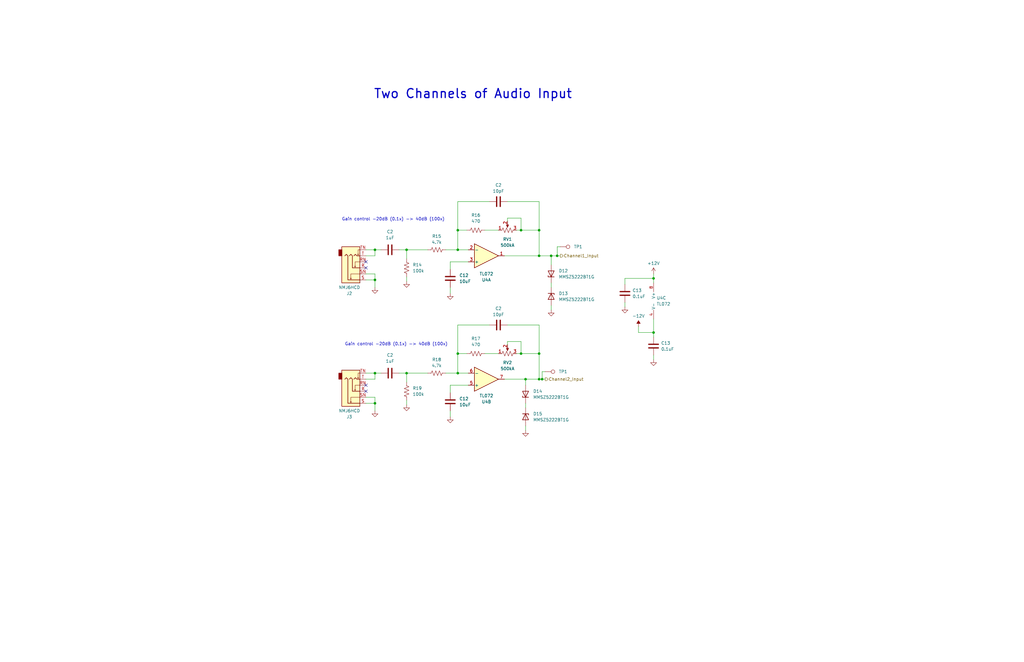
<source format=kicad_sch>
(kicad_sch (version 20230121) (generator eeschema)
  (paper "B")
  (title_block (title "Quadrophonic Joystick Mixer") (date "2024-04-22") (rev "P1"))
  (lib_symbols
    (symbol "Amplifier_Operational:OPA1692xD" (pin_names (offset 0.127))
      (property "Reference" "U" (at 2.54 6.35 0))
      (property "Value" "OPA1692xD" (at 2.54 3.81 0))
      (symbol "OPA1692xD_1_1"
        (polyline (pts (xy 5.08 0) (xy -5.08 5.08) (xy -5.08 -5.08) (xy 5.08 0)) (stroke (width 0.254)) (fill (type background)))
        (pin output line (at 7.62 0 180) (length 2.54) (name "~") (number "1"))
        (pin input line (at -7.62 -2.54 0) (length 2.54) (name "-") (number "2"))
        (pin input line (at -7.62 2.54 0) (length 2.54) (name "+") (number "3"))
      )
      (symbol "OPA1692xD_2_1"
        (polyline (pts (xy 5.08 0) (xy -5.08 5.08) (xy -5.08 -5.08) (xy 5.08 0)) (stroke (width 0.254)) (fill (type background)))
        (pin input line (at -7.62 2.54 0) (length 2.54) (name "+") (number "5"))
        (pin input line (at -7.62 -2.54 0) (length 2.54) (name "-") (number "6"))
        (pin output line (at 7.62 0 180) (length 2.54) (name "~") (number "7"))
      )
      (symbol "OPA1692xD_3_1"
        (pin power_in line (at 0 -7.62 90) (length 3.81) (name "V-") (number "4"))
        (pin power_in line (at 0 7.62 270) (length 3.81) (name "V+") (number "8"))
      )
    )
    (symbol "Connector:TestPoint" (pin_numbers hide) (pin_names (offset 0.762) hide)
      (property "Reference" "TP" (at 0 6.858 0))
      (property "Value" "TestPoint" (at 0 5.08 0))
      (symbol "TestPoint_0_1"
        (circle (center 0 3.302) (radius 0.762))
      )
      (symbol "TestPoint_1_1"
        (pin passive line (at 0 0 90) (length 2.54) (name "1") (number "1"))
      )
    )
    (symbol "Connector_Audio:AudioJack3_Switch"
      (property "Reference" "J" (at 0 11.43 0))
      (property "Value" "AudioJack3_Switch" (at 0 8.89 0))
      (symbol "AudioJack3_Switch_0_1"
        (rectangle (start -5.08 -5.08) (end -6.35 -7.62) (stroke (width 0.254)) (fill (type outline)))
        (polyline (pts (xy -1.27 4.826) (xy -1.016 4.318)))
        (polyline (pts (xy 0.508 -0.254) (xy 0.762 -0.762)))
        (polyline (pts (xy 1.778 -5.334) (xy 2.032 -5.842)))
        (polyline (pts (xy 0 -5.08) (xy 0.635 -5.715) (xy 1.27 -5.08) (xy 2.54 -5.08)) (stroke (width 0.254)))
        (polyline (pts (xy 2.54 -7.62) (xy 1.778 -7.62) (xy 1.778 -5.334) (xy 1.524 -5.842)))
        (polyline (pts (xy 2.54 -2.54) (xy 0.508 -2.54) (xy 0.508 -0.254) (xy 0.254 -0.762)))
        (polyline (pts (xy 2.54 2.54) (xy -1.27 2.54) (xy -1.27 4.826) (xy -1.524 4.318)))
        (polyline (pts (xy -1.905 -5.08) (xy -1.27 -5.715) (xy -0.635 -5.08) (xy -0.635 0) (xy 2.54 0)) (stroke (width 0.254)))
        (polyline (pts (xy 2.54 5.08) (xy -2.54 5.08) (xy -2.54 -5.08) (xy -3.175 -5.715) (xy -3.81 -5.08)) (stroke (width 0.254)))
        (rectangle (start 2.54 6.35) (end -5.08 -8.89) (stroke (width 0.254)) (fill (type background)))
      )
      (symbol "AudioJack3_Switch_1_1"
        (pin passive line (at 5.08 0 180) (length 2.54) (name "~") (number "R"))
        (pin passive line (at 5.08 -2.54 180) (length 2.54) (name "~") (number "RN"))
        (pin passive line (at 5.08 5.08 180) (length 2.54) (name "~") (number "S"))
        (pin passive line (at 5.08 2.54 180) (length 2.54) (name "~") (number "SN"))
        (pin passive line (at 5.08 -5.08 180) (length 2.54) (name "~") (number "T"))
        (pin passive line (at 5.08 -7.62 180) (length 2.54) (name "~") (number "TN"))
      )
    )
    (symbol "Device:C" (pin_numbers hide) (pin_names (offset 0.254))
      (property "Reference" "C" (at 0.635 2.54 0))
      (property "Value" "C" (at 0.635 -2.54 0))
      (symbol "C_0_1"
        (polyline (pts (xy -2.032 -0.762) (xy 2.032 -0.762)) (stroke (width 0.508)))
        (polyline (pts (xy -2.032 0.762) (xy 2.032 0.762)) (stroke (width 0.508)))
      )
      (symbol "C_1_1"
        (pin passive line (at 0 3.81 270) (length 2.794) (name "~") (number "1"))
        (pin passive line (at 0 -3.81 90) (length 2.794) (name "~") (number "2"))
      )
    )
    (symbol "Device:D_Zener" (pin_numbers hide) (pin_names (offset 1.016) hide)
      (property "Reference" "D" (at 0 2.54 0))
      (property "Value" "D_Zener" (at 0 -2.54 0))
      (symbol "D_Zener_0_1"
        (polyline (pts (xy 1.27 0) (xy -1.27 0)))
        (polyline (pts (xy -1.27 -1.27) (xy -1.27 1.27) (xy -0.762 1.27)) (stroke (width 0.254)))
        (polyline (pts (xy 1.27 -1.27) (xy 1.27 1.27) (xy -1.27 0) (xy 1.27 -1.27)) (stroke (width 0.254)))
      )
      (symbol "D_Zener_1_1"
        (pin passive line (at -3.81 0 0) (length 2.54) (name "K") (number "1"))
        (pin passive line (at 3.81 0 180) (length 2.54) (name "A") (number "2"))
      )
    )
    (symbol "Device:R_Potentiometer_US" (pin_names (offset 1.016) hide)
      (property "Reference" "RV" (at -4.445 0 90))
      (property "Value" "R_Potentiometer_US" (at -2.54 0 90))
      (symbol "R_Potentiometer_US_0_1"
        (polyline (pts (xy 0 -2.286) (xy 0 -2.54)))
        (polyline (pts (xy 0 2.54) (xy 0 2.286)))
        (polyline (pts (xy 2.54 0) (xy 1.524 0)))
        (polyline (pts (xy 1.143 0) (xy 2.286 0.508) (xy 2.286 -0.508) (xy 1.143 0)) (fill (type outline)))
        (polyline (pts (xy 0 -0.762) (xy 1.016 -1.143) (xy 0 -1.524) (xy -1.016 -1.905) (xy 0 -2.286)))
        (polyline (pts (xy 0 0.762) (xy 1.016 0.381) (xy 0 0) (xy -1.016 -0.381) (xy 0 -0.762)))
        (polyline (pts (xy 0 2.286) (xy 1.016 1.905) (xy 0 1.524) (xy -1.016 1.143) (xy 0 0.762)))
      )
      (symbol "R_Potentiometer_US_1_1"
        (pin passive line (at 0 3.81 270) (length 1.27) (name "1") (number "1"))
        (pin passive line (at 3.81 0 180) (length 1.27) (name "2") (number "2"))
        (pin passive line (at 0 -3.81 90) (length 1.27) (name "3") (number "3"))
      )
    )
    (symbol "Device:R_US" (pin_numbers hide) (pin_names (offset 0))
      (property "Reference" "R" (at 2.54 0 90))
      (property "Value" "R_US" (at -2.54 0 90))
      (symbol "R_US_0_1"
        (polyline (pts (xy 0 -2.286) (xy 0 -2.54)))
        (polyline (pts (xy 0 2.286) (xy 0 2.54)))
        (polyline (pts (xy 0 -0.762) (xy 1.016 -1.143) (xy 0 -1.524) (xy -1.016 -1.905) (xy 0 -2.286)))
        (polyline (pts (xy 0 0.762) (xy 1.016 0.381) (xy 0 0) (xy -1.016 -0.381) (xy 0 -0.762)))
        (polyline (pts (xy 0 2.286) (xy 1.016 1.905) (xy 0 1.524) (xy -1.016 1.143) (xy 0 0.762)))
      )
      (symbol "R_US_1_1"
        (pin passive line (at 0 3.81 270) (length 1.27) (name "~") (number "1"))
        (pin passive line (at 0 -3.81 90) (length 1.27) (name "~") (number "2"))
      )
    )
    (symbol "power:+12V" (power) (pin_names (offset 0))
      (property "Value" "+12V" (at 0 3.556 0))
      (symbol "+12V_0_1"
        (polyline (pts (xy -0.762 1.27) (xy 0 2.54)))
        (polyline (pts (xy 0 0) (xy 0 2.54)))
        (polyline (pts (xy 0 2.54) (xy 0.762 1.27)))
      )
      (symbol "+12V_1_1"
        (pin power_in line (at 0 0 90) (length 0) hide (name "+12V") (number "1"))
      )
    )
    (symbol "power:-12V" (power) (pin_names (offset 0))
      (property "Value" "-12V" (at 0 3.81 0))
      (symbol "-12V_0_0"
        (pin power_in line (at 0 0 90) (length 0) hide (name "-12V") (number "1"))
      )
      (symbol "-12V_0_1"
        (polyline (pts (xy 0 0) (xy 0 1.27) (xy 0.762 1.27) (xy 0 2.54) (xy -0.762 1.27) (xy 0 1.27)) (fill (type outline)))
      )
    )
    (symbol "power:GND" (power) (pin_names (offset 0))
      (property "Value" "GND" (at 0 -3.81 0))
      (symbol "GND_0_1"
        (polyline (pts (xy 0 0) (xy 0 -1.27) (xy 1.27 -1.27) (xy 0 -2.54) (xy -1.27 -1.27) (xy 0 -1.27)))
      )
      (symbol "GND_1_1"
        (pin power_in line (at 0 0 270) (length 0) hide (name "GND") (number "1"))
      )
    )
  )
  (junction (at 171.45 157.48))
  (junction (at 228.6 160.02))
  (junction (at 219.71 149.225))
  (junction (at 227.33 107.95))
  (junction (at 158.115 118.11))
  (junction (at 193.04 157.48))
  (junction (at 275.59 117.475))
  (junction (at 227.33 97.155))
  (junction (at 158.115 157.48))
  (junction (at 227.33 160.02))
  (junction (at 219.71 97.155))
  (junction (at 171.45 105.41))
  (junction (at 193.04 97.155))
  (junction (at 232.41 107.95))
  (junction (at 158.115 170.18))
  (junction (at 227.33 149.225))
  (junction (at 234.95 107.95))
  (junction (at 193.04 105.41))
  (junction (at 193.04 149.225))
  (junction (at 158.115 105.41))
  (junction (at 275.59 140.335))
  (junction (at 221.615 160.02))
  (no_connect (at 154.305 165.1))
  (no_connect (at 154.305 113.03))
  (no_connect (at 154.305 162.56))
  (no_connect (at 154.305 110.49))
  (wire (pts (xy 234.95 104.14) (xy 234.95 107.95)))
  (wire (pts (xy 158.115 118.11) (xy 158.115 121.285)))
  (wire (pts (xy 263.525 117.475) (xy 275.59 117.475)))
  (wire (pts (xy 213.995 137.16) (xy 227.33 137.16)))
  (wire (pts (xy 275.59 134.62) (xy 275.59 140.335)))
  (wire (pts (xy 193.04 157.48) (xy 187.96 157.48)))
  (wire (pts (xy 234.95 107.95) (xy 236.22 107.95)))
  (wire (pts (xy 154.305 160.02) (xy 158.115 160.02)))
  (wire (pts (xy 196.85 97.155) (xy 193.04 97.155)))
  (wire (pts (xy 232.41 128.905) (xy 232.41 130.81)))
  (wire (pts (xy 189.865 110.49) (xy 189.865 113.665)))
  (wire (pts (xy 158.115 157.48) (xy 160.655 157.48)))
  (wire (pts (xy 193.04 85.09) (xy 193.04 97.155)))
  (wire (pts (xy 158.115 160.02) (xy 158.115 157.48)))
  (wire (pts (xy 263.525 120.015) (xy 263.525 117.475)))
  (wire (pts (xy 227.33 85.09) (xy 227.33 97.155)))
  (wire (pts (xy 275.59 140.335) (xy 269.24 140.335)))
  (wire (pts (xy 227.33 107.95) (xy 227.33 97.155)))
  (wire (pts (xy 228.6 156.845) (xy 228.6 160.02)))
  (wire (pts (xy 227.33 97.155) (xy 219.71 97.155)))
  (wire (pts (xy 189.865 173.355) (xy 189.865 175.895)))
  (wire (pts (xy 221.615 179.705) (xy 221.615 181.61)))
  (wire (pts (xy 154.305 157.48) (xy 158.115 157.48)))
  (wire (pts (xy 204.47 97.155) (xy 210.185 97.155)))
  (wire (pts (xy 193.04 97.155) (xy 193.04 105.41)))
  (wire (pts (xy 236.22 104.14) (xy 234.95 104.14)))
  (wire (pts (xy 171.45 161.29) (xy 171.45 157.48)))
  (wire (pts (xy 275.59 117.475) (xy 275.59 119.38)))
  (wire (pts (xy 189.865 162.56) (xy 189.865 165.735)))
  (wire (pts (xy 269.24 140.335) (xy 269.24 137.795)))
  (wire (pts (xy 206.375 137.16) (xy 193.04 137.16)))
  (wire (pts (xy 193.04 149.225) (xy 193.04 157.48)))
  (wire (pts (xy 232.41 107.95) (xy 232.41 111.76)))
  (wire (pts (xy 158.115 105.41) (xy 160.655 105.41)))
  (wire (pts (xy 212.725 107.95) (xy 227.33 107.95)))
  (wire (pts (xy 227.33 137.16) (xy 227.33 149.225)))
  (wire (pts (xy 213.995 144.145) (xy 219.71 144.145)))
  (wire (pts (xy 221.615 170.18) (xy 221.615 172.085)))
  (wire (pts (xy 206.375 85.09) (xy 193.04 85.09)))
  (wire (pts (xy 227.33 160.02) (xy 228.6 160.02)))
  (wire (pts (xy 219.71 97.155) (xy 217.805 97.155)))
  (wire (pts (xy 158.115 170.18) (xy 158.115 173.355)))
  (wire (pts (xy 171.45 105.41) (xy 168.275 105.41)))
  (wire (pts (xy 232.41 119.38) (xy 232.41 121.285)))
  (wire (pts (xy 158.115 107.95) (xy 158.115 105.41)))
  (wire (pts (xy 154.305 118.11) (xy 158.115 118.11)))
  (wire (pts (xy 189.865 110.49) (xy 197.485 110.49)))
  (wire (pts (xy 154.305 115.57) (xy 158.115 115.57)))
  (wire (pts (xy 212.725 160.02) (xy 221.615 160.02)))
  (wire (pts (xy 221.615 160.02) (xy 227.33 160.02)))
  (wire (pts (xy 171.45 157.48) (xy 168.275 157.48)))
  (wire (pts (xy 193.04 105.41) (xy 197.485 105.41)))
  (wire (pts (xy 275.59 149.86) (xy 275.59 151.765)))
  (wire (pts (xy 171.45 109.22) (xy 171.45 105.41)))
  (wire (pts (xy 227.33 107.95) (xy 232.41 107.95)))
  (wire (pts (xy 204.47 149.225) (xy 210.185 149.225)))
  (wire (pts (xy 193.04 137.16) (xy 193.04 149.225)))
  (wire (pts (xy 154.305 107.95) (xy 158.115 107.95)))
  (wire (pts (xy 171.45 168.91) (xy 171.45 170.815)))
  (wire (pts (xy 275.59 140.335) (xy 275.59 142.24)))
  (wire (pts (xy 219.71 149.225) (xy 217.805 149.225)))
  (wire (pts (xy 227.33 160.02) (xy 227.33 149.225)))
  (wire (pts (xy 158.115 167.64) (xy 158.115 170.18)))
  (wire (pts (xy 158.115 115.57) (xy 158.115 118.11)))
  (wire (pts (xy 232.41 107.95) (xy 234.95 107.95)))
  (wire (pts (xy 219.71 144.145) (xy 219.71 149.225)))
  (wire (pts (xy 154.305 167.64) (xy 158.115 167.64)))
  (wire (pts (xy 263.525 127.635) (xy 263.525 129.54)))
  (wire (pts (xy 213.995 85.09) (xy 227.33 85.09)))
  (wire (pts (xy 213.995 145.415) (xy 213.995 144.145)))
  (wire (pts (xy 193.04 157.48) (xy 197.485 157.48)))
  (wire (pts (xy 213.995 93.345) (xy 213.995 92.075)))
  (wire (pts (xy 221.615 160.02) (xy 221.615 162.56)))
  (wire (pts (xy 154.305 170.18) (xy 158.115 170.18)))
  (wire (pts (xy 275.59 115.57) (xy 275.59 117.475)))
  (wire (pts (xy 219.71 92.075) (xy 219.71 97.155)))
  (wire (pts (xy 171.45 105.41) (xy 180.34 105.41)))
  (wire (pts (xy 171.45 116.84) (xy 171.45 118.745)))
  (wire (pts (xy 154.305 105.41) (xy 158.115 105.41)))
  (wire (pts (xy 227.33 149.225) (xy 219.71 149.225)))
  (wire (pts (xy 213.995 92.075) (xy 219.71 92.075)))
  (wire (pts (xy 193.04 105.41) (xy 187.96 105.41)))
  (wire (pts (xy 228.6 160.02) (xy 229.87 160.02)))
  (wire (pts (xy 171.45 157.48) (xy 180.34 157.48)))
  (wire (pts (xy 189.865 162.56) (xy 197.485 162.56)))
  (wire (pts (xy 196.85 149.225) (xy 193.04 149.225)))
  (wire (pts (xy 189.865 121.285) (xy 189.865 123.825)))
  (wire (pts (xy 229.87 156.845) (xy 228.6 156.845)))
  (text "Two Channels of Audio Input" (at 157.48 41.91 0) (effects (font (size 3.81 3.81) (thickness 0.508) bold) (justify left bottom)))
  (text "Gain control -20dB (0.1x) -> 40dB (100x)" (at 144.145 93.345 0) (effects (font (size 1.27 1.27)) (justify left bottom)))
  (text "Gain control -20dB (0.1x) -> 40dB (100x)" (at 145.415 146.05 0) (effects (font (size 1.27 1.27)) (justify left bottom)))
  (hierarchical_label "Channel2_Input" (shape output) (at 229.87 160.02 0))
  (hierarchical_label "Channel1_Input" (shape output) (at 236.22 107.95 0))
  (symbol (lib_id "power:GND") (at 189.865 175.895 0) (unit 1)
    (property "Reference" "#PWR043" (effects hide))
    (property "Value" "GND" (effects hide))
  )
  (symbol (lib_id "power:GND") (at 275.59 151.765 0) (unit 1)
    (property "Reference" "#PWR047" (effects hide))
    (property "Value" "GND" (effects hide))
  )
  (symbol (lib_id "Device:C") (at 164.465 105.41 90) (unit 1)
    (property "Reference" "C2" (at 164.465 97.79 90))
    (property "Value" "1uF" (at 164.465 100.33 90))
    (property "Footprint" "Capacitor_SMD:C_0805_2012Metric_Pad1.18x1.45mm_HandSolder" (effects hide))
    (property "V" "50V" (effects hide))
    (property "DK PN" "1276-1029-1-ND" (effects hide))
    (property "MPN" "CL21B105KBFNNNE" (effects hide))
    (property "Source" "DK" (effects hide))
    (instances (project "Quad Joystick Mixer" (path "" (reference "C2") (unit 1)) (path "" (reference "C15") (unit 1)) (path "" (reference "C24") (unit 1))))
  )
  (symbol (lib_id "Amplifier_Operational:OPA1692xD") (at 205.105 107.95 0) (mirror x) (unit 1)
    (property "Reference" "U4" (at 205.105 118.11 0))
    (property "Value" "TL072" (at 205.105 115.57 0))
    (property "Footprint" "Package_SO:SOIC-8_3.9x4.9mm_P1.27mm" (effects hide))
    (property "Datasheet" "https://www.ti.com/lit/ds/symlink/opa1692.pdf" (effects hide))
    (property "Source" "DK" (effects hide))
    (property "DK PN" "296-TL072HIDRCT-ND" (effects hide))
    (property "MPN" "TL072HIDR" (effects hide))
  )
  (symbol (lib_id "power:GND") (at 263.525 129.54 0) (unit 1)
    (property "Reference" "#PWR046" (effects hide))
    (property "Value" "GND" (effects hide))
  )
  (symbol (lib_id "power:GND") (at 158.115 121.285 0) (unit 1)
    (property "Reference" "#PWR08" (effects hide))
    (property "Value" "GND" (effects hide))
  )
  (symbol (lib_id "Amplifier_Operational:OPA1692xD") (at 205.105 160.02 0) (mirror x) (unit 2)
    (property "Reference" "U4" (at 205.105 169.545 0))
    (property "Value" "TL072" (at 205.105 167.005 0))
    (property "Footprint" "Package_SO:SOIC-8_3.9x4.9mm_P1.27mm" (effects hide))
    (property "Datasheet" "https://www.ti.com/lit/ds/symlink/opa1692.pdf" (effects hide))
    (property "Source" "DK" (effects hide))
    (property "DK PN" "296-TL072HIDRCT-ND" (effects hide))
    (property "MPN" "TL072HIDR" (effects hide))
  )
  (symbol (lib_id "Device:C") (at 189.865 169.545 0) (unit 1)
    (property "Reference" "C12" (at 193.675 168.275 0) (effects (justify left)))
    (property "Value" "10uF" (at 193.675 170.815 0) (effects (justify left)))
    (property "Footprint" "Capacitor_SMD:C_0805_2012Metric_Pad1.18x1.45mm_HandSolder" (effects hide))
    (property "DK PN" "490-GRM21BR61H106KE43KCT-ND" (effects hide))
    (property "MPN" "GRM21BR61H106KE43K" (effects hide))
    (property "Source" "DK" (effects hide))
    (instances (project "Quad Joystick Mixer" (path "" (reference "C12") (unit 1)) (path "" (reference "C10") (unit 1)) (path "" (reference "C29") (unit 1))))
  )
  (symbol (lib_id "power:GND") (at 171.45 118.745 0) (unit 1)
    (property "Reference" "#PWR014" (effects hide))
    (property "Value" "GND" (effects hide))
  )
  (symbol (lib_id "power:GND") (at 171.45 170.815 0) (unit 1)
    (property "Reference" "#PWR041" (effects hide))
    (property "Value" "GND" (effects hide))
  )
  (symbol (lib_id "Connector:TestPoint") (at 236.22 104.14 270) (unit 1)
    (property "Reference" "TP1" (at 241.935 104.14 90) (effects (justify left)))
    (property "Value" "TestPoint" (effects hide))
    (property "Footprint" "TestPoint:TestPoint_THTPad_D1.5mm_Drill0.7mm" (effects hide))
    (property "Source" "NA" (effects hide))
    (instances (project "Quad Joystick Mixer" (path "" (reference "TP1") (unit 1)) (path "" (reference "TP6") (unit 1))))
  )
  (symbol (lib_id "Device:R_US") (at 200.66 149.225 90) (unit 1)
    (property "Reference" "R17" (at 200.66 142.875 90))
    (property "Value" "470" (at 200.66 145.415 90))
    (property "Footprint" "Resistor_SMD:R_0805_2012Metric_Pad1.20x1.40mm_HandSolder" (effects hide))
    (property "Source" "DK" (effects hide))
    (property "DK PN" "RMCF0805FT470RCT-ND" (effects hide))
    (property "MPN" "RMCF0805FT470R" (effects hide))
  )
  (symbol (lib_id "Device:R_Potentiometer_US") (at 213.995 97.155 90) (unit 1)
    (property "Reference" "RV1" (at 213.995 100.965 90))
    (property "Value" "500kA" (at 213.995 103.505 90))
    (property "Footprint" "Eyewool Pots:StomboxParts_9MM" (effects hide))
    (property "Source" "SBP" (effects hide))
  )
  (symbol (lib_id "Device:D_Zener") (at 232.41 125.095 270) (unit 1)
    (property "Reference" "D13" (at 235.585 123.825 90) (effects (justify left)))
    (property "Value" "MMSZ5222BT1G" (at 235.585 126.365 90) (effects (justify left)))
    (property "Footprint" "Diode_SMD:D_SOD-123" (effects hide))
    (property "DK PN" "MMSZ5222BT1GOSCT-ND" (effects hide))
    (property "MPN" "MMSZ5222BT1G" (effects hide))
    (property "Source" "DK" (effects hide))
  )
  (symbol (lib_id "Device:C") (at 210.185 137.16 90) (unit 1)
    (property "Reference" "C2" (at 210.185 130.175 90))
    (property "Value" "10pF" (at 210.185 132.715 90))
    (property "Footprint" "Capacitor_SMD:C_0805_2012Metric_Pad1.18x1.45mm_HandSolder" (effects hide))
    (property "V" "50V" (effects hide))
    (property "DK PN" "399-C0805C100J5GAC7800CT-ND" (effects hide))
    (property "MPN" "C0805C100J5GAC7800" (effects hide))
    (property "Source" "DK" (effects hide))
    (instances (project "Quad Joystick Mixer" (path "" (reference "C2") (unit 1)) (path "" (reference "C15") (unit 1)) (path "" (reference "C27") (unit 1))))
  )
  (symbol (lib_id "Device:R_US") (at 171.45 113.03 0) (unit 1)
    (property "Reference" "R14" (at 173.99 111.76 0) (effects (justify left)))
    (property "Value" "100k" (at 173.99 114.3 0) (effects (justify left)))
    (property "Footprint" "Resistor_SMD:R_0805_2012Metric_Pad1.20x1.40mm_HandSolder" (effects hide))
    (property "Source" "DK" (effects hide))
    (property "DK PN" "RMCF0805FT100KCT-ND" (effects hide))
    (property "MPN" "RMCF0805FT100K" (effects hide))
  )
  (symbol (lib_id "Device:D_Zener") (at 221.615 166.37 90) (unit 1)
    (property "Reference" "D14" (at 224.79 165.1 90) (effects (justify right)))
    (property "Value" "MMSZ5222BT1G" (at 224.79 167.64 90) (effects (justify right)))
    (property "Footprint" "Diode_SMD:D_SOD-123" (effects hide))
    (property "DK PN" "MMSZ5222BT1GOSCT-ND" (effects hide))
    (property "MPN" "MMSZ5222BT1G" (effects hide))
    (property "Source" "DK" (effects hide))
  )
  (symbol (lib_id "Device:R_US") (at 200.66 97.155 90) (unit 1)
    (property "Reference" "R16" (at 200.66 90.805 90))
    (property "Value" "470" (at 200.66 93.345 90))
    (property "Footprint" "Resistor_SMD:R_0805_2012Metric_Pad1.20x1.40mm_HandSolder" (effects hide))
    (property "Source" "DK" (effects hide))
    (property "DK PN" "RMCF0805FT470RCT-ND" (effects hide))
    (property "MPN" "RMCF0805FT470R" (effects hide))
  )
  (symbol (lib_id "power:GND") (at 189.865 123.825 0) (unit 1)
    (property "Reference" "#PWR015" (effects hide))
    (property "Value" "GND" (effects hide))
  )
  (symbol (lib_id "Device:R_Potentiometer_US") (at 213.995 149.225 90) (unit 1)
    (property "Reference" "RV2" (at 213.995 153.035 90))
    (property "Value" "500kA" (at 213.995 155.575 90))
    (property "Footprint" "Eyewool Pots:StomboxParts_9MM" (effects hide))
    (property "Source" "SBP" (effects hide))
  )
  (symbol (lib_id "Device:D_Zener") (at 232.41 115.57 90) (unit 1)
    (property "Reference" "D12" (at 235.585 114.3 90) (effects (justify right)))
    (property "Value" "MMSZ5222BT1G" (at 235.585 116.84 90) (effects (justify right)))
    (property "Footprint" "Diode_SMD:D_SOD-123" (effects hide))
    (property "DK PN" "MMSZ5222BT1GOSCT-ND" (effects hide))
    (property "MPN" "MMSZ5222BT1G" (effects hide))
    (property "Source" "DK" (effects hide))
  )
  (symbol (lib_id "Device:R_US") (at 184.15 157.48 90) (unit 1)
    (property "Reference" "R18" (at 184.15 151.765 90))
    (property "Value" "4.7k" (at 184.15 154.305 90))
    (property "Footprint" "Resistor_SMD:R_0805_2012Metric_Pad1.20x1.40mm_HandSolder" (effects hide))
    (property "Source" "DK" (effects hide))
    (property "DK PN" "RMCF0805JT4K70CT-ND" (effects hide))
    (property "MPN" "RMCF0805JT4K70" (effects hide))
  )
  (symbol (lib_id "power:GND") (at 158.115 173.355 0) (unit 1)
    (property "Reference" "#PWR042" (effects hide))
    (property "Value" "GND" (effects hide))
  )
  (symbol (lib_id "Connector:TestPoint") (at 229.87 156.845 270) (unit 1)
    (property "Reference" "TP1" (at 235.585 156.845 90) (effects (justify left)))
    (property "Value" "TestPoint" (effects hide))
    (property "Footprint" "TestPoint:TestPoint_THTPad_D1.5mm_Drill0.7mm" (effects hide))
    (property "Source" "NA" (effects hide))
    (instances (project "Quad Joystick Mixer" (path "" (reference "TP1") (unit 1)) (path "" (reference "TP7") (unit 1))))
  )
  (symbol (lib_id "Device:C") (at 263.525 123.825 0) (unit 1)
    (property "Reference" "C13" (at 266.7 122.555 0) (effects (justify left)))
    (property "Value" "0.1uF" (at 266.7 125.095 0) (effects (justify left)))
    (property "Footprint" "Capacitor_SMD:C_0805_2012Metric_Pad1.18x1.45mm_HandSolder" (effects hide))
    (property "DK PN" "1276-1003-1-ND" (effects hide))
    (property "MPN" "CL21B104KBCNNNC" (effects hide))
    (property "Source" "DK" (effects hide))
    (instances (project "Quad Joystick Mixer" (path "" (reference "C13") (unit 1)) (path "" (reference "C11") (unit 1)) (path "" (reference "C31") (unit 1))))
  )
  (symbol (lib_id "Device:C") (at 164.465 157.48 90) (unit 1)
    (property "Reference" "C2" (at 164.465 149.86 90))
    (property "Value" "1uF" (at 164.465 152.4 90))
    (property "Footprint" "Capacitor_SMD:C_0805_2012Metric_Pad1.18x1.45mm_HandSolder" (effects hide))
    (property "V" "50V" (effects hide))
    (property "DK PN" "1276-1029-1-ND" (effects hide))
    (property "MPN" "CL21B105KBFNNNE" (effects hide))
    (property "Source" "DK" (effects hide))
    (instances (project "Quad Joystick Mixer" (path "" (reference "C2") (unit 1)) (path "" (reference "C15") (unit 1)) (path "" (reference "C28") (unit 1))))
  )
  (symbol (lib_id "power:-12V") (at 269.24 137.795 0) (unit 1)
    (property "Reference" "#PWR038" (effects hide))
    (property "Value" "-12V" (at 269.24 133.35 0))
    (instances (project "Quad Joystick Mixer" (path "" (reference "#PWR038") (unit 1)) (path "" (reference "#PWR08") (unit 1)) (path "" (reference "#PWR045") (unit 1))))
  )
  (symbol (lib_id "power:+12V") (at 275.59 115.57 0) (unit 1)
    (property "Reference" "#PWR040" (effects hide))
    (property "Value" "+12V" (at 275.59 111.125 0))
    (instances (project "Quad Joystick Mixer" (path "" (reference "#PWR040") (unit 1)) (path "" (reference "#PWR015") (unit 1)) (path "" (reference "#PWR044") (unit 1))))
  )
  (symbol (lib_id "Device:R_US") (at 184.15 105.41 90) (unit 1)
    (property "Reference" "R15" (at 184.15 99.695 90))
    (property "Value" "4.7k" (at 184.15 102.235 90))
    (property "Footprint" "Resistor_SMD:R_0805_2012Metric_Pad1.20x1.40mm_HandSolder" (effects hide))
    (property "Source" "DK" (effects hide))
    (property "DK PN" "RMCF0805JT4K70CT-ND" (effects hide))
    (property "MPN" "RMCF0805JT4K70" (effects hide))
  )
  (symbol (lib_id "Device:D_Zener") (at 221.615 175.895 270) (unit 1)
    (property "Reference" "D15" (at 224.79 174.625 90) (effects (justify left)))
    (property "Value" "MMSZ5222BT1G" (at 224.79 177.165 90) (effects (justify left)))
    (property "Footprint" "Diode_SMD:D_SOD-123" (effects hide))
    (property "DK PN" "MMSZ5222BT1GOSCT-ND" (effects hide))
    (property "MPN" "MMSZ5222BT1G" (effects hide))
    (property "Source" "DK" (effects hide))
  )
  (symbol (lib_id "power:GND") (at 232.41 130.81 0) (unit 1)
    (property "Reference" "#PWR016" (effects hide))
    (property "Value" "GND" (effects hide))
  )
  (symbol (lib_id "Connector_Audio:AudioJack3_Switch") (at 149.225 113.03 0) (mirror x) (unit 1)
    (property "Reference" "J2" (at 147.32 123.825 0))
    (property "Value" "NMJ6HCD" (at 147.32 121.285 0))
    (property "Footprint" "Eyewool Connectors:NMJ6HCD" (effects hide))
    (property "Source" "SBP" (effects hide))
  )
  (symbol (lib_id "Device:C") (at 189.865 117.475 0) (unit 1)
    (property "Reference" "C12" (at 193.675 116.205 0) (effects (justify left)))
    (property "Value" "10uF" (at 193.675 118.745 0) (effects (justify left)))
    (property "Footprint" "Capacitor_SMD:C_0805_2012Metric_Pad1.18x1.45mm_HandSolder" (effects hide))
    (property "DK PN" "490-GRM21BR61H106KE43KCT-ND" (effects hide))
    (property "MPN" "GRM21BR61H106KE43K" (effects hide))
    (property "Source" "DK" (effects hide))
    (instances (project "Quad Joystick Mixer" (path "" (reference "C12") (unit 1)) (path "" (reference "C10") (unit 1)) (path "" (reference "C26") (unit 1))))
  )
  (symbol (lib_id "Device:C") (at 210.185 85.09 90) (unit 1)
    (property "Reference" "C2" (at 210.185 78.105 90))
    (property "Value" "10pF" (at 210.185 80.645 90))
    (property "Footprint" "Capacitor_SMD:C_0805_2012Metric_Pad1.18x1.45mm_HandSolder" (effects hide))
    (property "V" "50V" (effects hide))
    (property "DK PN" "399-C0805C100J5GAC7800CT-ND" (effects hide))
    (property "MPN" "C0805C100J5GAC7800" (effects hide))
    (property "Source" "DK" (effects hide))
    (instances (project "Quad Joystick Mixer" (path "" (reference "C2") (unit 1)) (path "" (reference "C15") (unit 1)) (path "" (reference "C25") (unit 1))))
  )
  (symbol (lib_id "Amplifier_Operational:OPA1692xD") (at 275.59 127 0) (unit 3)
    (property "Reference" "U4" (at 276.86 125.73 0) (effects (justify left)))
    (property "Value" "TL072" (at 276.86 128.27 0) (effects (justify left)))
    (property "Footprint" "Package_SO:SOIC-8_3.9x4.9mm_P1.27mm" (effects hide))
    (property "Datasheet" "https://www.ti.com/lit/ds/symlink/opa1692.pdf" (effects hide))
    (property "Source" "DK" (effects hide))
    (property "DK PN" "296-TL072HIDRCT-ND" (effects hide))
    (property "MPN" "TL072HIDR" (effects hide))
  )
  (symbol (lib_id "power:GND") (at 221.615 181.61 0) (unit 1)
    (property "Reference" "#PWR020" (effects hide))
    (property "Value" "GND" (effects hide))
  )
  (symbol (lib_id "Device:R_US") (at 171.45 165.1 0) (unit 1)
    (property "Reference" "R19" (at 173.99 163.83 0) (effects (justify left)))
    (property "Value" "100k" (at 173.99 166.37 0) (effects (justify left)))
    (property "Footprint" "Resistor_SMD:R_0805_2012Metric_Pad1.20x1.40mm_HandSolder" (effects hide))
    (property "Source" "DK" (effects hide))
    (property "DK PN" "RMCF0805FT100KCT-ND" (effects hide))
    (property "MPN" "RMCF0805FT100K" (effects hide))
  )
  (symbol (lib_id "Device:C") (at 275.59 146.05 0) (unit 1)
    (property "Reference" "C13" (at 278.765 144.78 0) (effects (justify left)))
    (property "Value" "0.1uF" (at 278.765 147.32 0) (effects (justify left)))
    (property "Footprint" "Capacitor_SMD:C_0805_2012Metric_Pad1.18x1.45mm_HandSolder" (effects hide))
    (property "DK PN" "1276-1003-1-ND" (effects hide))
    (property "MPN" "CL21B104KBCNNNC" (effects hide))
    (property "Source" "DK" (effects hide))
    (instances (project "Quad Joystick Mixer" (path "" (reference "C13") (unit 1)) (path "" (reference "C11") (unit 1)) (path "" (reference "C30") (unit 1))))
  )
  (symbol (lib_id "Connector_Audio:AudioJack3_Switch") (at 149.225 165.1 0) (mirror x) (unit 1)
    (property "Reference" "J3" (at 147.32 175.895 0))
    (property "Value" "NMJ6HCD" (at 147.32 173.355 0))
    (property "Footprint" "Eyewool Connectors:NMJ6HCD" (effects hide))
    (property "Source" "SBP" (effects hide))
  )
)
</source>
